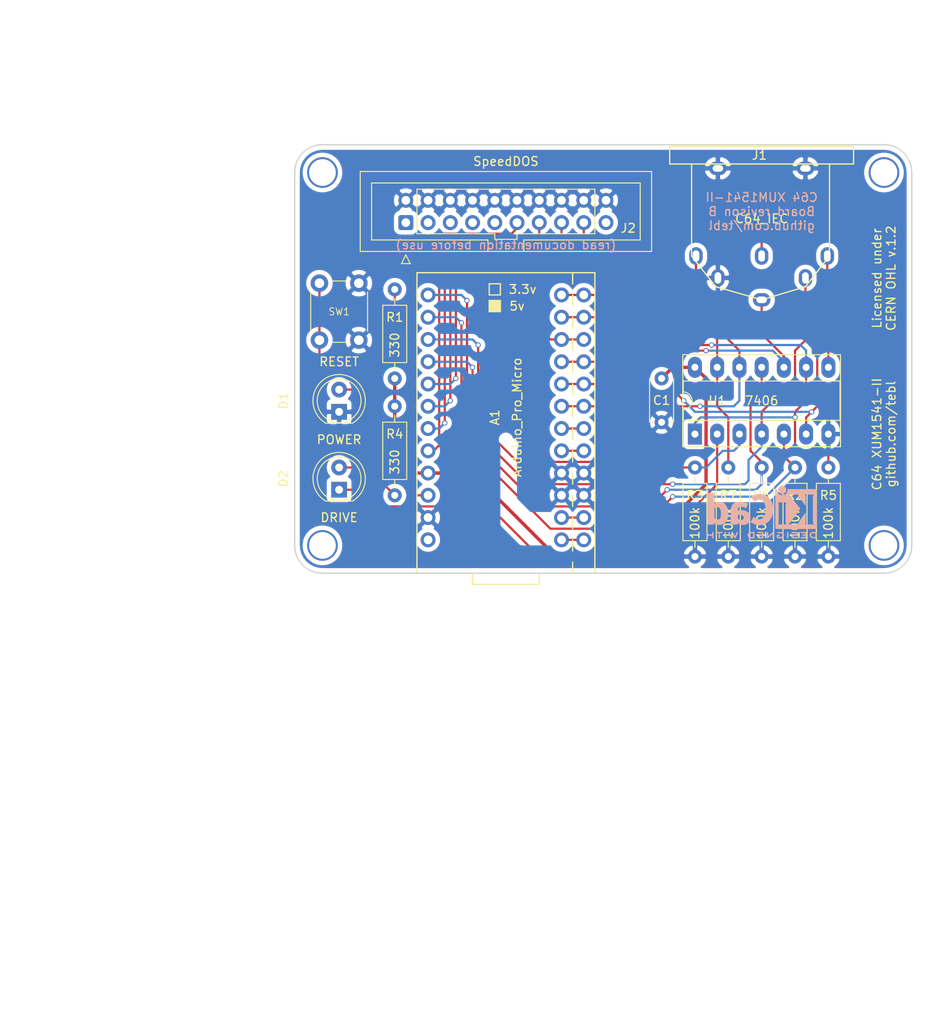
<source format=kicad_pcb>
(kicad_pcb (version 20171130) (host pcbnew "(5.1.8)-1")
  (layers (0 F.Cu signal) (31 B.Cu signal) (34 B.Paste user) (35 F.Paste user) (36 B.SilkS user) (37 F.SilkS user) (38 B.Mask user) (39 F.Mask user) (44 Edge.Cuts user))
  (net 0 "")
  (net 1 GND)
  (net 2 "Net-(D2-Pad2)")
  (net 3 /SRQ)
  (net 4 /ATN)
  (net 5 /ATN_IN)
  (net 6 /RESET_IN)
  (net 7 /DATA_IN)
  (net 8 /SRQ_IN)
  (net 9 /DATA0)
  (net 10 /DATA1)
  (net 11 /DATA2)
  (net 12 /DATA3)
  (net 13 /RESET)
  (net 14 /DATA)
  (net 15 /CLK)
  (net 16 /CLK_IN)
  (net 17 /DATA7)
  (net 18 /DATA6)
  (net 19 /DATA5)
  (net 20 /DATA4)
  (net 21 VCC)
  (net 22 ~MCU_RESET)
  (net 23 "Net-(D1-Pad2)")
  (net 24 ACT)
  (module Resistor_THT:R_Axial_DIN0207_L6.3mm_D2.5mm_P10.16mm_Horizontal (layer F.Cu) (at 111.125 84.455 270)
    (fp_text reference R4 (at 3.175 0 180) (layer F.SilkS))
    (fp_text value 330 (at 6.35 0 90) (layer F.SilkS))
    (pad 1 thru_hole circle (at 0 0 270) (size 1.6 1.6) (drill 0.8) (layers *.Cu *.Mask) (net 21 VCC))
    (pad 2 thru_hole oval (at 10.16 0 270) (size 1.6 1.6) (drill 0.8) (layers *.Cu *.Mask) (net 2 "Net-(D2-Pad2)"))
  )
  (module speed_dos:SpeedDOS_IDC (layer F.Cu) (at 112.395 63.5 90)
    (fp_text reference J2 (at -0.635 25.4 180) (layer F.SilkS))
    (fp_text value SpeedDOS (at 6.985 11.43 180) (layer F.SilkS))
    (pad 11 thru_hole circle (at 2.54 0 90) (size 1.7 1.7) (drill 1) (layers *.Cu *.Mask) (net 1 GND))
    (pad 11 thru_hole circle (at 2.54 2.54 90) (size 1.7 1.7) (drill 1) (layers *.Cu *.Mask) (net 1 GND))
    (pad 11 thru_hole circle (at 2.54 5.08 90) (size 1.7 1.7) (drill 1) (layers *.Cu *.Mask) (net 1 GND))
    (pad 11 thru_hole circle (at 2.54 7.62 90) (size 1.7 1.7) (drill 1) (layers *.Cu *.Mask) (net 1 GND))
    (pad 11 thru_hole circle (at 2.54 10.16 90) (size 1.7 1.7) (drill 1) (layers *.Cu *.Mask) (net 1 GND))
    (pad 11 thru_hole circle (at 2.54 12.7 90) (size 1.7 1.7) (drill 1) (layers *.Cu *.Mask) (net 1 GND))
    (pad 11 thru_hole circle (at 2.54 15.24 90) (size 1.7 1.7) (drill 1) (layers *.Cu *.Mask) (net 1 GND))
    (pad 11 thru_hole circle (at 2.54 17.78 90) (size 1.7 1.7) (drill 1) (layers *.Cu *.Mask) (net 1 GND))
    (pad 11 thru_hole circle (at 2.54 20.32 90) (size 1.7 1.7) (drill 1) (layers *.Cu *.Mask) (net 1 GND))
    (pad 10 thru_hole circle (at 0 22.86 90) (size 1.7 1.7) (drill 1) (layers *.Cu *.Mask))
    (pad 8 thru_hole circle (at 0 17.78 90) (size 1.7 1.7) (drill 1) (layers *.Cu *.Mask) (net 18 /DATA6))
    (pad 6 thru_hole circle (at 0 12.7 90) (size 1.7 1.7) (drill 1) (layers *.Cu *.Mask) (net 20 /DATA4))
    (pad 4 thru_hole circle (at 0 7.62 90) (size 1.7 1.7) (drill 1) (layers *.Cu *.Mask) (net 11 /DATA2))
    (pad 2 thru_hole circle (at 0 2.54 90) (size 1.7 1.7) (drill 1) (layers *.Cu *.Mask) (net 9 /DATA0))
    (pad 11 thru_hole circle (at 2.54 22.86 90) (size 1.7 1.7) (drill 1) (layers *.Cu *.Mask) (net 1 GND))
    (pad 9 thru_hole circle (at 0 20.32 90) (size 1.7 1.7) (drill 1) (layers *.Cu *.Mask) (net 17 /DATA7))
    (pad 7 thru_hole circle (at 0 15.24 90) (size 1.7 1.7) (drill 1) (layers *.Cu *.Mask) (net 19 /DATA5))
    (pad 5 thru_hole circle (at 0 10.16 90) (size 1.7 1.7) (drill 1) (layers *.Cu *.Mask) (net 12 /DATA3))
    (pad 3 thru_hole circle (at 0 5.08 90) (size 1.7 1.7) (drill 1) (layers *.Cu *.Mask) (net 10 /DATA1))
    (pad 1 thru_hole roundrect (at 0 0 90) (size 1.7 1.7) (drill 1) (layers *.Cu *.Mask) (roundrect_rratio 0.147059))
  )
  (module C64_IEC:C64_IEC (layer F.Cu) (at 153.035 67.31 180)
    (fp_text reference J1 (at 0.25 11.5) (layer F.SilkS))
    (fp_text value C64_IEC (at 0 4.25) (layer F.SilkS))
    (pad 6 thru_hole oval (at 0 -5 180) (size 2 1.524) (drill oval 1.2 0.762) (layers *.Cu *.Mask) (net 6 /RESET_IN))
    (pad 3 thru_hole oval (at 0 0 180) (size 1.524 2) (drill oval 0.762 1.3) (layers *.Cu *.Mask) (net 5 /ATN_IN))
    (pad 8 thru_hole oval (at 5 10 180) (size 2 1.524) (drill oval 1.2 0.762) (layers *.Cu *.Mask) (net 1 GND))
    (pad 7 thru_hole oval (at -5 10 180) (size 2 1.524) (drill oval 1.2 0.762) (layers *.Cu *.Mask) (net 1 GND))
    (pad 1 thru_hole oval (at 7.5 0 180) (size 1.524 2) (drill oval 0.762 1.3) (layers *.Cu *.Mask) (net 8 /SRQ_IN))
    (pad 5 thru_hole oval (at -7.5 0 180) (size 1.524 2) (drill oval 0.762 1.3) (layers *.Cu *.Mask) (net 7 /DATA_IN))
    (pad 2 thru_hole oval (at 5 -2.5 180) (size 1.524 2) (drill oval 0.762 1.3) (layers *.Cu *.Mask) (net 1 GND))
    (pad 4 thru_hole oval (at -5 -2.5 180) (size 1.524 2) (drill oval 0.762 1.3) (layers *.Cu *.Mask) (net 16 /CLK_IN))
  )
  (module Symbols:KiCad-Logo2_6mm_SilkScreen (layer B.Cu) (at 153.035 96.52 180)
    (fp_text reference REF*** hide)
    (fp_text value KiCad-Logo2_6mm_SilkScreen hide)
  )
  (module arduino_pro_micro:Arduino_Pro_Micro (layer F.Cu) (at 123.825 85.725 180)
    (fp_text reference A1 (at 1.27 0 90) (layer F.SilkS))
    (fp_text value Arduino_Pro_Micro (at -1.27 0 90) (layer F.SilkS))
    (fp_text user 3.3v (at -1.905 14.605) (layer F.SilkS))
    (fp_text user 5v (at -1.27 12.7) (layer F.SilkS))
    (pad 12 thru_hole circle (at -6.35 13.97 180) (size 1.7 1.7) (drill 1) (layers *.Cu *.Mask) (net 3 /SRQ))
    (pad 11 thru_hole circle (at -6.35 11.43 180) (size 1.7 1.7) (drill 1) (layers *.Cu *.Mask) (net 4 /ATN))
    (pad 10 thru_hole circle (at -6.35 8.89 180) (size 1.7 1.7) (drill 1) (layers *.Cu *.Mask) (net 5 /ATN_IN))
    (pad 9 thru_hole circle (at -6.35 6.35 180) (size 1.7 1.7) (drill 1) (layers *.Cu *.Mask) (net 6 /RESET_IN))
    (pad 8 thru_hole circle (at -6.35 3.81 180) (size 1.7 1.7) (drill 1) (layers *.Cu *.Mask) (net 7 /DATA_IN))
    (pad 7 thru_hole circle (at -6.35 1.27 180) (size 1.7 1.7) (drill 1) (layers *.Cu *.Mask) (net 8 /SRQ_IN))
    (pad 6 thru_hole circle (at -6.35 -1.27 180) (size 1.7 1.7) (drill 1) (layers *.Cu *.Mask) (net 9 /DATA0))
    (pad 5 thru_hole circle (at -6.35 -3.81 180) (size 1.7 1.7) (drill 1) (layers *.Cu *.Mask) (net 10 /DATA1))
    (pad 4 thru_hole circle (at -6.35 -6.35 180) (size 1.7 1.7) (drill 1) (layers *.Cu *.Mask) (net 1 GND))
    (pad 3 thru_hole circle (at -6.35 -8.89 180) (size 1.7 1.7) (drill 1) (layers *.Cu *.Mask) (net 1 GND))
    (pad 2 thru_hole circle (at -6.35 -11.43 180) (size 1.7 1.7) (drill 1) (layers *.Cu *.Mask) (net 11 /DATA2))
    (pad 1 thru_hole circle (at -6.35 -13.97 180) (size 1.7 1.7) (drill 1) (layers *.Cu *.Mask) (net 12 /DATA3))
    (pad 2 thru_hole circle (at -8.89 -11.43 180) (size 1.7 1.7) (drill 1) (layers *.Cu *.Mask) (net 11 /DATA2))
    (pad 3 thru_hole circle (at -8.89 -8.89 180) (size 1.7 1.7) (drill 1) (layers *.Cu *.Mask) (net 1 GND))
    (pad 4 thru_hole circle (at -8.89 -6.35 180) (size 1.7 1.7) (drill 1) (layers *.Cu *.Mask) (net 1 GND))
    (pad 5 thru_hole circle (at -8.89 -3.81 180) (size 1.7 1.7) (drill 1) (layers *.Cu *.Mask) (net 10 /DATA1))
    (pad 6 thru_hole circle (at -8.89 -1.27 180) (size 1.7 1.7) (drill 1) (layers *.Cu *.Mask) (net 9 /DATA0))
    (pad 7 thru_hole circle (at -8.89 1.27 180) (size 1.7 1.7) (drill 1) (layers *.Cu *.Mask) (net 8 /SRQ_IN))
    (pad 8 thru_hole circle (at -8.89 3.81 180) (size 1.7 1.7) (drill 1) (layers *.Cu *.Mask) (net 7 /DATA_IN))
    (pad 9 thru_hole circle (at -8.89 6.35 180) (size 1.7 1.7) (drill 1) (layers *.Cu *.Mask) (net 6 /RESET_IN))
    (pad 10 thru_hole circle (at -8.89 8.89 180) (size 1.7 1.7) (drill 1) (layers *.Cu *.Mask) (net 5 /ATN_IN))
    (pad 11 thru_hole circle (at -8.89 11.43 180) (size 1.7 1.7) (drill 1) (layers *.Cu *.Mask) (net 4 /ATN))
    (pad 12 thru_hole circle (at -8.89 13.97 180) (size 1.7 1.7) (drill 1) (layers *.Cu *.Mask) (net 3 /SRQ))
    (pad 13 thru_hole circle (at 8.89 13.97 180) (size 1.7 1.7) (drill 1) (layers *.Cu *.Mask) (net 13 /RESET))
    (pad 14 thru_hole circle (at 8.89 11.43 180) (size 1.7 1.7) (drill 1) (layers *.Cu *.Mask) (net 14 /DATA))
    (pad 15 thru_hole circle (at 8.89 8.89 180) (size 1.7 1.7) (drill 1) (layers *.Cu *.Mask) (net 15 /CLK))
    (pad 16 thru_hole circle (at 8.89 6.35 180) (size 1.7 1.7) (drill 1) (layers *.Cu *.Mask) (net 16 /CLK_IN))
    (pad 17 thru_hole circle (at 8.89 3.81 180) (size 1.7 1.7) (drill 1) (layers *.Cu *.Mask) (net 17 /DATA7))
    (pad 18 thru_hole circle (at 8.89 1.27 180) (size 1.7 1.7) (drill 1) (layers *.Cu *.Mask) (net 18 /DATA6))
    (pad 19 thru_hole circle (at 8.89 -1.27 180) (size 1.7 1.7) (drill 1) (layers *.Cu *.Mask) (net 19 /DATA5))
    (pad 20 thru_hole circle (at 8.89 -3.81 180) (size 1.7 1.7) (drill 1) (layers *.Cu *.Mask) (net 20 /DATA4))
    (pad 21 thru_hole circle (at 8.89 -6.35 180) (size 1.7 1.7) (drill 1) (layers *.Cu *.Mask) (net 21 VCC))
    (pad 22 thru_hole circle (at 8.89 -8.89 180) (size 1.7 1.7) (drill 1) (layers *.Cu *.Mask) (net 22 ~MCU_RESET))
    (pad 23 thru_hole circle (at 8.89 -11.43 180) (size 1.7 1.7) (drill 1) (layers *.Cu *.Mask) (net 1 GND))
    (pad 24 thru_hole circle (at 8.89 -13.97 180) (size 1.7 1.7) (drill 1) (layers *.Cu *.Mask))
    (pad 1 thru_hole circle (at -8.89 -13.97 180) (size 1.7 1.7) (drill 1) (layers *.Cu *.Mask) (net 12 /DATA3))
  )
  (module Capacitor_THT:C_Disc_D4.7mm_W2.5mm_P5.00mm (layer F.Cu) (at 141.605 81.28 270)
    (fp_text reference C1 (at 2.5 0 180) (layer F.SilkS))
    (fp_text value 100nF)
    (pad 1 thru_hole circle (at 0 0 270) (size 1.6 1.6) (drill 0.8) (layers *.Cu *.Mask) (net 21 VCC))
    (pad 2 thru_hole circle (at 5 0 270) (size 1.6 1.6) (drill 0.8) (layers *.Cu *.Mask) (net 1 GND))
  )
  (module mounting:M3_pin (layer F.Cu) (at 102.87 100.33)
    (fp_text reference M1 hide)
    (fp_text value Mounting hide)
    (pad 1 thru_hole circle (at 0 0) (size 3.5 3.5) (drill 3.048) (layers *.Cu *.Mask))
  )
  (module mounting:M3_pin (layer F.Cu) (at 167.005 100.33)
    (fp_text reference M2 hide)
    (fp_text value Mounting hide)
    (pad 1 thru_hole circle (at 0 0) (size 3.5 3.5) (drill 3.048) (layers *.Cu *.Mask))
  )
  (module mounting:M3_pin (layer F.Cu) (at 167.005 57.785)
    (fp_text reference M3 hide)
    (fp_text value Mounting hide)
    (pad 1 thru_hole circle (at 0 0) (size 3.5 3.5) (drill 3.048) (layers *.Cu *.Mask))
  )
  (module mounting:M3_pin (layer F.Cu) (at 102.87 57.785)
    (fp_text reference M4 hide)
    (fp_text value Mounting hide)
    (pad 1 thru_hole circle (at 0 0) (size 3.5 3.5) (drill 3.048) (layers *.Cu *.Mask))
  )
  (module Resistor_THT:R_Axial_DIN0207_L6.3mm_D2.5mm_P10.16mm_Horizontal (layer F.Cu) (at 111.125 81.28 90)
    (fp_text reference R1 (at 6.985 0 180) (layer F.SilkS))
    (fp_text value 330 (at 3.81 0 90) (layer F.SilkS))
    (pad 1 thru_hole circle (at 0 0 90) (size 1.6 1.6) (drill 0.8) (layers *.Cu *.Mask) (net 21 VCC))
    (pad 2 thru_hole oval (at 10.16 0 90) (size 1.6 1.6) (drill 0.8) (layers *.Cu *.Mask) (net 23 "Net-(D1-Pad2)"))
  )
  (module Resistor_THT:R_Axial_DIN0207_L6.3mm_D2.5mm_P10.16mm_Horizontal (layer F.Cu) (at 156.845 91.44 270)
    (fp_text reference R2 (at 3.175 0 180) (layer F.SilkS))
    (fp_text value 100k (at 6.35 0 90) (layer F.SilkS))
    (pad 2 thru_hole oval (at 10.16 0 270) (size 1.6 1.6) (drill 0.8) (layers *.Cu *.Mask) (net 1 GND))
    (pad 1 thru_hole circle (at 0 0 270) (size 1.6 1.6) (drill 0.8) (layers *.Cu *.Mask) (net 14 /DATA))
  )
  (module Resistor_THT:R_Axial_DIN0207_L6.3mm_D2.5mm_P10.16mm_Horizontal (layer F.Cu) (at 145.415 91.44 270)
    (fp_text reference R3 (at 3.175 0 180) (layer F.SilkS))
    (fp_text value 100k (at 6.35 0 90) (layer F.SilkS))
    (pad 1 thru_hole circle (at 0 0 270) (size 1.6 1.6) (drill 0.8) (layers *.Cu *.Mask) (net 15 /CLK))
    (pad 2 thru_hole oval (at 10.16 0 270) (size 1.6 1.6) (drill 0.8) (layers *.Cu *.Mask) (net 1 GND))
  )
  (module Resistor_THT:R_Axial_DIN0207_L6.3mm_D2.5mm_P10.16mm_Horizontal (layer F.Cu) (at 160.655 91.44 270)
    (fp_text reference R5 (at 3.175 0 180) (layer F.SilkS))
    (fp_text value 100k (at 6.35 0 90) (layer F.SilkS))
    (pad 1 thru_hole circle (at 0 0 270) (size 1.6 1.6) (drill 0.8) (layers *.Cu *.Mask) (net 4 /ATN))
    (pad 2 thru_hole oval (at 10.16 0 270) (size 1.6 1.6) (drill 0.8) (layers *.Cu *.Mask) (net 1 GND))
  )
  (module Resistor_THT:R_Axial_DIN0207_L6.3mm_D2.5mm_P10.16mm_Horizontal (layer F.Cu) (at 153.035 91.44 270)
    (fp_text reference R6 (at 3.175 0 180) (layer F.SilkS))
    (fp_text value 100k (at 6.35 0 90) (layer F.SilkS))
    (pad 1 thru_hole circle (at 0 0 270) (size 1.6 1.6) (drill 0.8) (layers *.Cu *.Mask) (net 13 /RESET))
    (pad 2 thru_hole oval (at 10.16 0 270) (size 1.6 1.6) (drill 0.8) (layers *.Cu *.Mask) (net 1 GND))
  )
  (module Resistor_THT:R_Axial_DIN0207_L6.3mm_D2.5mm_P10.16mm_Horizontal (layer F.Cu) (at 149.225 91.44 270)
    (fp_text reference R7 (at 3.175 0 180) (layer F.SilkS))
    (fp_text value 100k (at 6.35 0 90) (layer F.SilkS))
    (pad 2 thru_hole oval (at 10.16 0 270) (size 1.6 1.6) (drill 0.8) (layers *.Cu *.Mask) (net 1 GND))
    (pad 1 thru_hole circle (at 0 0 270) (size 1.6 1.6) (drill 0.8) (layers *.Cu *.Mask) (net 3 /SRQ))
  )
  (module switch_cutout:SW_PUSH_6mm (layer F.Cu) (at 104.775 73.66 90)
    (fp_text reference SW1 hide)
    (fp_text value RESET (at -5.715 0 180) (layer F.SilkS))
    (fp_text user %R (at 0 0 180) (layer F.SilkS) (effects (font (size 0.8 0.8) (thickness 0.1))))
    (pad 2 thru_hole circle (at -3.25 2.25 180) (size 2 2) (drill 1.1) (layers *.Cu *.Mask) (net 1 GND))
    (pad 1 thru_hole circle (at -3.25 -2.25 180) (size 2 2) (drill 1.1) (layers *.Cu *.Mask) (net 22 ~MCU_RESET))
    (pad 2 thru_hole circle (at 3.25 2.25 180) (size 2 2) (drill 1.1) (layers *.Cu *.Mask) (net 1 GND))
    (pad 1 thru_hole circle (at 3.25 -2.25 180) (size 2 2) (drill 1.1) (layers *.Cu *.Mask) (net 22 ~MCU_RESET))
  )
  (module Package_DIP:DIP-14_W7.62mm_Socket_LongPads (layer F.Cu) (at 145.415 87.63 90)
    (fp_text reference U1 (at 3.81 2.54 180) (layer F.SilkS))
    (fp_text value 7406 (at 3.81 7.62 180) (layer F.SilkS))
    (pad 1 thru_hole rect (at 0 0 90) (size 2.4 1.6) (drill 0.8) (layers *.Cu *.Mask) (net 4 /ATN))
    (pad 8 thru_hole oval (at 7.62 15.24 90) (size 2.4 1.6) (drill 0.8) (layers *.Cu *.Mask) (net 5 /ATN_IN))
    (pad 2 thru_hole oval (at 0 2.54 90) (size 2.4 1.6) (drill 0.8) (layers *.Cu *.Mask) (net 24 ACT))
    (pad 9 thru_hole oval (at 7.62 12.7 90) (size 2.4 1.6) (drill 0.8) (layers *.Cu *.Mask) (net 4 /ATN))
    (pad 3 thru_hole oval (at 0 5.08 90) (size 2.4 1.6) (drill 0.8) (layers *.Cu *.Mask) (net 15 /CLK))
    (pad 10 thru_hole oval (at 7.62 10.16 90) (size 2.4 1.6) (drill 0.8) (layers *.Cu *.Mask) (net 6 /RESET_IN))
    (pad 4 thru_hole oval (at 0 7.62 90) (size 2.4 1.6) (drill 0.8) (layers *.Cu *.Mask) (net 16 /CLK_IN))
    (pad 11 thru_hole oval (at 7.62 7.62 90) (size 2.4 1.6) (drill 0.8) (layers *.Cu *.Mask) (net 13 /RESET))
    (pad 5 thru_hole oval (at 0 10.16 90) (size 2.4 1.6) (drill 0.8) (layers *.Cu *.Mask) (net 14 /DATA))
    (pad 12 thru_hole oval (at 7.62 5.08 90) (size 2.4 1.6) (drill 0.8) (layers *.Cu *.Mask) (net 8 /SRQ_IN))
    (pad 6 thru_hole oval (at 0 12.7 90) (size 2.4 1.6) (drill 0.8) (layers *.Cu *.Mask) (net 7 /DATA_IN))
    (pad 13 thru_hole oval (at 7.62 2.54 90) (size 2.4 1.6) (drill 0.8) (layers *.Cu *.Mask) (net 3 /SRQ))
    (pad 7 thru_hole oval (at 0 15.24 90) (size 2.4 1.6) (drill 0.8) (layers *.Cu *.Mask) (net 1 GND))
    (pad 14 thru_hole oval (at 7.62 0 90) (size 2.4 1.6) (drill 0.8) (layers *.Cu *.Mask) (net 21 VCC))
  )
  (module LED_THT:LED_D5.0mm (layer F.Cu) (at 104.775 85.09 90)
    (fp_text reference D1 (at 1.27 -6.35 90) (layer F.SilkS))
    (fp_text value POWER (at -3.175 0 180) (layer F.SilkS))
    (pad 1 thru_hole rect (at 0 0 90) (size 1.8 1.8) (drill 0.9) (layers *.Cu *.Mask) (net 1 GND))
    (pad 2 thru_hole circle (at 2.54 0 90) (size 1.8 1.8) (drill 0.9) (layers *.Cu *.Mask) (net 23 "Net-(D1-Pad2)"))
  )
  (module LED_THT:LED_D5.0mm (layer F.Cu) (at 104.775 93.98 90)
    (fp_text reference D2 (at 1.27 -6.35 90) (layer F.SilkS))
    (fp_text value DRIVE (at -3.175 0 180) (layer F.SilkS))
    (pad 1 thru_hole rect (at 0 0 90) (size 1.8 1.8) (drill 0.9) (layers *.Cu *.Mask) (net 24 ACT))
    (pad 2 thru_hole circle (at 2.54 0 90) (size 1.8 1.8) (drill 0.9) (layers *.Cu *.Mask) (net 2 "Net-(D2-Pad2)"))
  )
  (gr_text "C64 XUM1541-II\nBoard revison B\ngithub.com/tebl" (at 153.035 62.23) (layer B.SilkS) (effects (font (size 1 1)) (justify mirror)))
  (gr_text "(read documentation before use)" (at 123.825 66.04) (layer B.SilkS) (effects (font (size 1 1)) (justify mirror)))
  (gr_text "Licensed under\nCERN OHL v.1.2" (at 167.005 69.85 90) (layer F.SilkS) (effects (font (size 1 1))))
  (gr_poly (pts (xy 123.19 73.66) (xy 121.92 73.66) (xy 121.92 72.39) (xy 123.19 72.39)) (layer F.SilkS) (width 0.1))
  (gr_line (start 121.92 72.39) (end 123.19 72.39) (layer F.SilkS) (width 0.15))
  (gr_line (start 99.695 100.33) (end 99.695 57.785) (layer Edge.Cuts) (width 0.15))
  (gr_line (start 167.005 103.505) (end 102.87 103.505) (layer Edge.Cuts) (width 0.15))
  (gr_arc (start 167.005 100.33) (end 167.005 103.505) (angle -90) (layer Edge.Cuts) (width 0.15))
  (gr_arc (start 102.87 100.33) (end 99.695 100.33) (angle -90) (layer Edge.Cuts) (width 0.15))
  (gr_arc (start 102.87 57.785) (end 102.87 54.61) (angle -90) (layer Edge.Cuts) (width 0.15))
  (gr_arc (start 167.005 57.785) (end 170.18 57.785) (angle -90) (layer Edge.Cuts) (width 0.15))
  (gr_line (start 170.18 72.39) (end 170.18 57.785) (layer Edge.Cuts) (width 0.15))
  (gr_text "C64 XUM1541-II\ngithub.com/tebl" (at 167.005 87.63 90) (layer F.SilkS) (effects (font (size 1 1))))
  (gr_line (start 167.005 54.61) (end 102.87 54.61) (angle 90) (layer Edge.Cuts) (width 0.15))
  (gr_line (start 170.18 100.33) (end 170.18 72.39) (angle 90) (layer Edge.Cuts) (width 0.15))
  (segment (start 107.95 91.44) (end 111.125 94.615) (width 0.25) (layer F.Cu) (net 2))
  (segment (start 104.775 91.44) (end 107.95 91.44) (width 0.25) (layer F.Cu) (net 2))
  (segment (start 130.175 71.755) (end 132.715 71.755) (width 0.25) (layer F.Cu) (net 3))
  (segment (start 133.985 71.755) (end 132.715 71.755) (width 0.25) (layer F.Cu) (net 3))
  (segment (start 138.43 76.2) (end 133.985 71.755) (width 0.25) (layer F.Cu) (net 3))
  (segment (start 147.32 76.2) (end 138.43 76.2) (width 0.25) (layer F.Cu) (net 3))
  (segment (start 147.955 76.835) (end 147.32 76.2) (width 0.25) (layer F.Cu) (net 3))
  (segment (start 147.955 80.01) (end 147.955 76.835) (width 0.25) (layer F.Cu) (net 3))
  (segment (start 147.955 84.455) (end 147.955 80.01) (width 0.25) (layer F.Cu) (net 3))
  (segment (start 149.225 85.725) (end 147.955 84.455) (width 0.25) (layer F.Cu) (net 3))
  (segment (start 149.225 91.44) (end 149.225 85.725) (width 0.25) (layer F.Cu) (net 3))
  (segment (start 158.115 80.01) (end 158.115 78.105) (width 0.25) (layer B.Cu) (net 4))
  (via (at 147.32 77.47) (size 0.6) (drill 0.4) (layers F.Cu B.Cu) (net 4))
  (segment (start 157.48 77.47) (end 147.32 77.47) (width 0.25) (layer B.Cu) (net 4))
  (segment (start 158.115 78.105) (end 157.48 77.47) (width 0.25) (layer B.Cu) (net 4))
  (segment (start 130.175 74.295) (end 132.715 74.295) (width 0.25) (layer F.Cu) (net 4))
  (segment (start 160.655 90.17) (end 160.655 91.44) (width 0.25) (layer F.Cu) (net 4))
  (segment (start 160.02 89.535) (end 160.655 90.17) (width 0.25) (layer F.Cu) (net 4))
  (segment (start 157.48 89.535) (end 160.02 89.535) (width 0.25) (layer F.Cu) (net 4))
  (segment (start 156.845 88.9) (end 157.48 89.535) (width 0.25) (layer F.Cu) (net 4))
  (segment (start 158.115 83.82) (end 156.845 85.09) (width 0.25) (layer F.Cu) (net 4))
  (segment (start 158.115 80.01) (end 158.115 83.82) (width 0.25) (layer F.Cu) (net 4))
  (segment (start 134.77875 74.295) (end 132.715 74.295) (width 0.25) (layer F.Cu) (net 4))
  (segment (start 137.95375 77.47) (end 134.77875 74.295) (width 0.25) (layer F.Cu) (net 4))
  (segment (start 147.32 77.47) (end 137.95375 77.47) (width 0.25) (layer F.Cu) (net 4))
  (via (at 156.845 85.725) (size 0.6) (drill 0.4) (layers F.Cu B.Cu) (net 4))
  (segment (start 156.845 85.09) (end 156.845 85.725) (width 0.25) (layer F.Cu) (net 4))
  (segment (start 156.845 85.725) (end 156.845 88.9) (width 0.25) (layer F.Cu) (net 4))
  (segment (start 156.845 85.725) (end 146.05 85.725) (width 0.25) (layer B.Cu) (net 4))
  (segment (start 145.415 86.36) (end 145.415 87.63) (width 0.25) (layer B.Cu) (net 4))
  (segment (start 146.05 85.725) (end 145.415 86.36) (width 0.25) (layer B.Cu) (net 4))
  (segment (start 153.035 67.31) (end 153.035 65.405) (width 0.25) (layer F.Cu) (net 5))
  (segment (start 132.715 76.835) (end 130.175 76.835) (width 0.25) (layer F.Cu) (net 5))
  (segment (start 153.035 65.405) (end 153.035 64.77) (width 0.25) (layer F.Cu) (net 5))
  (segment (start 160.655 72.39) (end 160.655 80.01) (width 0.25) (layer F.Cu) (net 5))
  (segment (start 161.925 71.12) (end 160.655 72.39) (width 0.25) (layer F.Cu) (net 5))
  (segment (start 160.655 64.77) (end 161.925 66.04) (width 0.25) (layer F.Cu) (net 5))
  (segment (start 161.925 66.04) (end 161.925 71.12) (width 0.25) (layer F.Cu) (net 5))
  (segment (start 153.035 64.77) (end 160.655 64.77) (width 0.25) (layer F.Cu) (net 5))
  (segment (start 128.905 76.835) (end 130.175 76.835) (width 0.25) (layer F.Cu) (net 5))
  (segment (start 128.27 76.2) (end 128.905 76.835) (width 0.25) (layer F.Cu) (net 5))
  (segment (start 141.605 67.31) (end 130.81 67.31) (width 0.25) (layer F.Cu) (net 5))
  (segment (start 130.81 67.31) (end 128.27 69.85) (width 0.25) (layer F.Cu) (net 5))
  (segment (start 144.145 64.77) (end 141.605 67.31) (width 0.25) (layer F.Cu) (net 5))
  (segment (start 128.27 69.85) (end 128.27 76.2) (width 0.25) (layer F.Cu) (net 5))
  (segment (start 153.035 64.77) (end 144.145 64.77) (width 0.25) (layer F.Cu) (net 5))
  (via (at 146.685 78.105) (size 0.6) (drill 0.4) (layers F.Cu B.Cu) (net 6))
  (segment (start 146.685 78.105) (end 154.305 78.105) (width 0.25) (layer B.Cu) (net 6))
  (segment (start 155.575 79.375) (end 154.305 78.105) (width 0.25) (layer B.Cu) (net 6))
  (segment (start 155.575 80.01) (end 155.575 79.375) (width 0.25) (layer B.Cu) (net 6))
  (segment (start 130.175 79.375) (end 132.715 79.375) (width 0.25) (layer F.Cu) (net 6))
  (segment (start 135.89 78.105) (end 146.685 78.105) (width 0.25) (layer F.Cu) (net 6))
  (segment (start 134.62 79.375) (end 135.89 78.105) (width 0.25) (layer F.Cu) (net 6))
  (segment (start 132.715 79.375) (end 134.62 79.375) (width 0.25) (layer F.Cu) (net 6))
  (segment (start 153.035 76.2) (end 153.035 72.31) (width 0.25) (layer F.Cu) (net 6))
  (segment (start 155.575 78.74) (end 153.035 76.2) (width 0.25) (layer F.Cu) (net 6))
  (segment (start 155.575 80.01) (end 155.575 78.74) (width 0.25) (layer F.Cu) (net 6))
  (segment (start 145.415 85.09) (end 144.145 83.82) (width 0.25) (layer B.Cu) (net 7))
  (segment (start 155.575 85.09) (end 145.415 85.09) (width 0.25) (layer B.Cu) (net 7))
  (via (at 144.145 83.82) (size 0.6) (drill 0.4) (layers F.Cu B.Cu) (net 7))
  (segment (start 132.715 81.915) (end 130.175 81.915) (width 0.25) (layer F.Cu) (net 7))
  (segment (start 160.535 71.24) (end 160.535 67.31) (width 0.25) (layer F.Cu) (net 7))
  (segment (start 159.385 84.455) (end 159.385 72.39) (width 0.25) (layer F.Cu) (net 7))
  (segment (start 159.385 72.39) (end 160.535 71.24) (width 0.25) (layer F.Cu) (net 7))
  (segment (start 158.115 87.63) (end 158.115 85.725) (width 0.25) (layer F.Cu) (net 7))
  (segment (start 143.51 83.185) (end 144.145 83.82) (width 0.25) (layer F.Cu) (net 7))
  (segment (start 135.89 83.185) (end 143.51 83.185) (width 0.25) (layer F.Cu) (net 7))
  (segment (start 134.62 81.915) (end 135.89 83.185) (width 0.25) (layer F.Cu) (net 7))
  (segment (start 132.715 81.915) (end 134.62 81.915) (width 0.25) (layer F.Cu) (net 7))
  (via (at 158.75 85.09) (size 0.6) (drill 0.4) (layers F.Cu B.Cu) (net 7))
  (segment (start 155.575 85.09) (end 158.75 85.09) (width 0.25) (layer B.Cu) (net 7))
  (segment (start 158.75 85.09) (end 159.385 84.455) (width 0.25) (layer F.Cu) (net 7))
  (segment (start 158.115 85.725) (end 158.75 85.09) (width 0.25) (layer F.Cu) (net 7))
  (segment (start 150.495 80.01) (end 150.495 83.82) (width 0.25) (layer B.Cu) (net 8))
  (via (at 145.9945 84.455) (size 0.6) (drill 0.4) (layers F.Cu B.Cu) (net 8))
  (segment (start 149.86 84.455) (end 145.9945 84.455) (width 0.25) (layer B.Cu) (net 8))
  (segment (start 150.495 83.82) (end 149.86 84.455) (width 0.25) (layer B.Cu) (net 8))
  (segment (start 145.9945 84.455) (end 135.255 84.455) (width 0.25) (layer F.Cu) (net 8))
  (segment (start 135.255 84.455) (end 132.715 84.455) (width 0.25) (layer F.Cu) (net 8))
  (segment (start 132.715 84.455) (end 130.175 84.455) (width 0.25) (layer F.Cu) (net 8))
  (segment (start 145.535 67.31) (end 145.535 73.145) (width 0.25) (layer F.Cu) (net 8))
  (segment (start 145.535 73.145) (end 150.495 78.105) (width 0.25) (layer F.Cu) (net 8))
  (segment (start 150.495 80.01) (end 150.495 78.105) (width 0.25) (layer F.Cu) (net 8))
  (segment (start 132.715 86.995) (end 130.175 86.995) (width 0.25) (layer F.Cu) (net 9))
  (segment (start 132.715 89.535) (end 130.175 89.535) (width 0.25) (layer F.Cu) (net 10))
  (segment (start 132.715 97.155) (end 130.175 97.155) (width 0.25) (layer F.Cu) (net 11))
  (segment (start 130.175 99.695) (end 132.715 99.695) (width 0.25) (layer F.Cu) (net 12))
  (via (at 119.38 72.39) (size 0.6) (drill 0.4) (layers F.Cu B.Cu) (net 13))
  (segment (start 119.38 72.39) (end 118.745 71.755) (width 0.25) (layer B.Cu) (net 13))
  (segment (start 118.745 71.755) (end 114.935 71.755) (width 0.25) (layer B.Cu) (net 13))
  (segment (start 153.035 91.44) (end 153.035 90.805) (width 0.25) (layer F.Cu) (net 13))
  (segment (start 153.035 90.805) (end 151.765 89.535) (width 0.25) (layer F.Cu) (net 13))
  (segment (start 151.765 89.535) (end 151.765 84.455) (width 0.25) (layer F.Cu) (net 13))
  (segment (start 151.765 84.455) (end 153.035 83.185) (width 0.25) (layer F.Cu) (net 13))
  (segment (start 153.035 83.185) (end 153.035 80.01) (width 0.25) (layer F.Cu) (net 13))
  (segment (start 127.635 95.885) (end 140.334996 95.885) (width 0.25) (layer F.Cu) (net 13))
  (segment (start 119.38 87.63) (end 127.635 95.885) (width 0.25) (layer F.Cu) (net 13))
  (segment (start 119.38 72.39) (end 119.38 87.63) (width 0.25) (layer F.Cu) (net 13))
  (segment (start 140.334996 95.885) (end 142.239996 93.98) (width 0.25) (layer F.Cu) (net 13))
  (via (at 142.239996 93.98) (size 0.6) (drill 0.4) (layers F.Cu B.Cu) (net 13))
  (segment (start 153.035 91.44) (end 153.035 93.345) (width 0.25) (layer B.Cu) (net 13))
  (segment (start 153.035 93.345) (end 152.4 93.98) (width 0.25) (layer B.Cu) (net 13))
  (segment (start 152.4 93.98) (end 150.495 93.98) (width 0.25) (layer B.Cu) (net 13))
  (segment (start 150.495 93.98) (end 142.239996 93.98) (width 0.25) (layer B.Cu) (net 13))
  (segment (start 155.575 90.17) (end 156.845 91.44) (width 0.25) (layer F.Cu) (net 14))
  (segment (start 155.575 87.63) (end 155.575 90.17) (width 0.25) (layer F.Cu) (net 14))
  (via (at 118.745 74.93) (size 0.6) (drill 0.4) (layers F.Cu B.Cu) (net 14))
  (segment (start 118.11 74.295) (end 118.745 74.93) (width 0.25) (layer B.Cu) (net 14))
  (segment (start 114.935 74.295) (end 118.11 74.295) (width 0.25) (layer B.Cu) (net 14))
  (via (at 142.875 94.769481) (size 0.6) (drill 0.4) (layers F.Cu B.Cu) (net 14))
  (segment (start 118.745 74.93) (end 118.745 88.265) (width 0.25) (layer F.Cu) (net 14))
  (segment (start 153.515519 94.769481) (end 142.875 94.769481) (width 0.25) (layer B.Cu) (net 14))
  (segment (start 156.845 91.44) (end 153.515519 94.769481) (width 0.25) (layer B.Cu) (net 14))
  (segment (start 118.745 88.265) (end 128.905 98.425) (width 0.25) (layer F.Cu) (net 14))
  (segment (start 128.905 98.425) (end 139.219481 98.425) (width 0.25) (layer F.Cu) (net 14))
  (segment (start 139.219481 98.425) (end 142.875 94.769481) (width 0.25) (layer F.Cu) (net 14))
  (via (at 120.65 77.47) (size 0.6) (drill 0.4) (layers F.Cu B.Cu) (net 15))
  (segment (start 120.015 76.835) (end 120.65 77.47) (width 0.25) (layer B.Cu) (net 15))
  (segment (start 114.935 76.835) (end 120.015 76.835) (width 0.25) (layer B.Cu) (net 15))
  (segment (start 125.142499 90.805) (end 120.65 86.312501) (width 0.25) (layer F.Cu) (net 15))
  (segment (start 120.65 86.312501) (end 120.65 77.47) (width 0.25) (layer F.Cu) (net 15))
  (segment (start 133.985 90.805) (end 125.142499 90.805) (width 0.25) (layer F.Cu) (net 15))
  (segment (start 149.86 89.535) (end 150.495 88.9) (width 0.25) (layer B.Cu) (net 15))
  (segment (start 150.495 87.63) (end 150.495 88.9) (width 0.25) (layer B.Cu) (net 15))
  (segment (start 134.62 91.44) (end 133.985 90.805) (width 0.25) (layer F.Cu) (net 15))
  (segment (start 145.415 91.44) (end 134.62 91.44) (width 0.25) (layer F.Cu) (net 15))
  (segment (start 145.415 91.44) (end 146.685 91.44) (width 0.25) (layer B.Cu) (net 15))
  (segment (start 146.685 91.44) (end 148.59 89.535) (width 0.25) (layer B.Cu) (net 15))
  (segment (start 148.59 89.535) (end 149.86 89.535) (width 0.25) (layer B.Cu) (net 15))
  (segment (start 119.38 79.375) (end 120.015 80.01) (width 0.25) (layer B.Cu) (net 16))
  (segment (start 114.935 79.375) (end 119.38 79.375) (width 0.25) (layer B.Cu) (net 16))
  (via (at 120.015 80.01) (size 0.6) (drill 0.4) (layers F.Cu B.Cu) (net 16))
  (segment (start 153.035 85.09) (end 153.035 87.63) (width 0.25) (layer F.Cu) (net 16))
  (segment (start 156.845 81.28) (end 153.035 85.09) (width 0.25) (layer F.Cu) (net 16))
  (segment (start 156.845 78.105) (end 156.845 81.28) (width 0.25) (layer F.Cu) (net 16))
  (segment (start 158.035 76.915) (end 156.845 78.105) (width 0.25) (layer F.Cu) (net 16))
  (segment (start 158.035 69.81) (end 158.035 76.915) (width 0.25) (layer F.Cu) (net 16))
  (segment (start 120.015 86.995) (end 120.015 80.01) (width 0.25) (layer F.Cu) (net 16))
  (segment (start 126.365 93.345) (end 120.015 86.995) (width 0.25) (layer F.Cu) (net 16))
  (segment (start 136.525 93.345) (end 126.365 93.345) (width 0.25) (layer F.Cu) (net 16))
  (via (at 142.875 93.345) (size 0.6) (drill 0.4) (layers F.Cu B.Cu) (net 16))
  (segment (start 136.525 93.345) (end 142.875 93.345) (width 0.25) (layer F.Cu) (net 16))
  (segment (start 153.035 87.63) (end 153.035 89.08) (width 0.25) (layer B.Cu) (net 16))
  (segment (start 151.5375 90.5775) (end 151.5375 92.9375) (width 0.25) (layer B.Cu) (net 16))
  (segment (start 153.035 89.08) (end 151.5375 90.5775) (width 0.25) (layer B.Cu) (net 16))
  (segment (start 151.5375 92.9375) (end 151.13 93.345) (width 0.25) (layer B.Cu) (net 16))
  (segment (start 151.13 93.345) (end 149.86 93.345) (width 0.25) (layer B.Cu) (net 16))
  (segment (start 149.86 93.345) (end 142.875 93.345) (width 0.25) (layer B.Cu) (net 16))
  (via (at 118.11 81.28) (size 0.6) (drill 0.4) (layers F.Cu B.Cu) (net 17))
  (segment (start 117.475 81.915) (end 118.11 81.28) (width 0.25) (layer B.Cu) (net 17))
  (segment (start 114.935 81.915) (end 117.475 81.915) (width 0.25) (layer B.Cu) (net 17))
  (segment (start 118.11 71.11859) (end 118.11 81.28) (width 0.25) (layer F.Cu) (net 17))
  (segment (start 118.11 67.31) (end 118.11 71.11859) (width 0.25) (layer F.Cu) (net 17))
  (segment (start 118.745 66.675) (end 118.11 67.31) (width 0.25) (layer F.Cu) (net 17))
  (segment (start 132.08 66.675) (end 118.745 66.675) (width 0.25) (layer F.Cu) (net 17))
  (segment (start 132.715 66.04) (end 132.08 66.675) (width 0.25) (layer F.Cu) (net 17))
  (segment (start 132.715 63.5) (end 132.715 66.04) (width 0.25) (layer F.Cu) (net 17))
  (via (at 117.475 83.82) (size 0.6) (drill 0.4) (layers F.Cu B.Cu) (net 18))
  (segment (start 116.84 84.455) (end 117.475 83.82) (width 0.25) (layer B.Cu) (net 18))
  (segment (start 114.935 84.455) (end 116.84 84.455) (width 0.25) (layer B.Cu) (net 18))
  (segment (start 130.175 65.405) (end 130.175 63.5) (width 0.25) (layer F.Cu) (net 18))
  (segment (start 129.54 66.04) (end 130.175 65.405) (width 0.25) (layer F.Cu) (net 18))
  (segment (start 118.11 66.04) (end 129.54 66.04) (width 0.25) (layer F.Cu) (net 18))
  (segment (start 117.475 66.675) (end 118.11 66.04) (width 0.25) (layer F.Cu) (net 18))
  (segment (start 117.475 83.82) (end 117.475 66.675) (width 0.25) (layer F.Cu) (net 18))
  (via (at 116.84 86.36) (size 0.6) (drill 0.4) (layers F.Cu B.Cu) (net 19))
  (segment (start 116.205 86.995) (end 116.84 86.36) (width 0.25) (layer B.Cu) (net 19))
  (segment (start 114.935 86.995) (end 116.205 86.995) (width 0.25) (layer B.Cu) (net 19))
  (segment (start 116.84 86.36) (end 116.84 70.485) (width 0.25) (layer F.Cu) (net 19))
  (segment (start 127.635 63.5) (end 127.635 64.77) (width 0.25) (layer F.Cu) (net 19))
  (segment (start 127.635 64.77) (end 127 65.405) (width 0.25) (layer F.Cu) (net 19))
  (segment (start 127 65.405) (end 117.475 65.405) (width 0.25) (layer F.Cu) (net 19))
  (segment (start 116.84 66.04) (end 116.84 70.485) (width 0.25) (layer F.Cu) (net 19))
  (segment (start 117.475 65.405) (end 116.84 66.04) (width 0.25) (layer F.Cu) (net 19))
  (segment (start 125.095 64.135) (end 125.095 63.5) (width 0.25) (layer F.Cu) (net 20))
  (segment (start 124.46 64.77) (end 125.095 64.135) (width 0.25) (layer F.Cu) (net 20))
  (segment (start 116.84 64.77) (end 124.46 64.77) (width 0.25) (layer F.Cu) (net 20))
  (segment (start 116.205 65.405) (end 116.84 64.77) (width 0.25) (layer F.Cu) (net 20))
  (segment (start 116.205 88.9) (end 116.205 65.405) (width 0.25) (layer F.Cu) (net 20))
  (segment (start 115.57 89.535) (end 116.205 88.9) (width 0.25) (layer F.Cu) (net 20))
  (segment (start 114.935 89.535) (end 115.57 89.535) (width 0.25) (layer F.Cu) (net 20))
  (segment (start 142.875 80.01) (end 141.605 81.28) (width 0.381) (layer F.Cu) (net 21))
  (segment (start 143.51 80.01) (end 142.875 80.01) (width 0.381) (layer F.Cu) (net 21))
  (segment (start 145.415 80.01) (end 143.51 80.01) (width 0.381) (layer F.Cu) (net 21))
  (segment (start 111.125 88.9) (end 111.125 83.82) (width 0.381) (layer F.Cu) (net 21))
  (segment (start 113.665 92.075) (end 111.125 89.535) (width 0.381) (layer F.Cu) (net 21))
  (segment (start 111.125 89.535) (end 111.125 88.9) (width 0.381) (layer F.Cu) (net 21))
  (segment (start 114.935 92.075) (end 113.665 92.075) (width 0.381) (layer F.Cu) (net 21))
  (segment (start 116.205 92.075) (end 114.935 92.075) (width 0.381) (layer F.Cu) (net 21))
  (segment (start 120.015 92.075) (end 116.205 92.075) (width 0.381) (layer F.Cu) (net 21))
  (segment (start 129.54 101.6) (end 120.015 92.075) (width 0.381) (layer F.Cu) (net 21))
  (segment (start 146.685 93.345) (end 138.43 101.6) (width 0.381) (layer F.Cu) (net 21))
  (segment (start 138.43 101.6) (end 129.54 101.6) (width 0.381) (layer F.Cu) (net 21))
  (segment (start 146.685 81.28) (end 146.685 93.345) (width 0.381) (layer F.Cu) (net 21))
  (segment (start 145.415 80.01) (end 146.685 81.28) (width 0.381) (layer F.Cu) (net 21))
  (segment (start 111.125 84.455) (end 111.125 81.28) (width 0.381) (layer F.Cu) (net 21))
  (segment (start 102.525 70.41) (end 102.525 76.91) (width 0.25) (layer F.Cu) (net 22))
  (segment (start 113.665 94.615) (end 114.935 94.615) (width 0.25) (layer F.Cu) (net 22))
  (segment (start 106.045 86.995) (end 113.665 94.615) (width 0.25) (layer F.Cu) (net 22))
  (segment (start 103.505 86.995) (end 106.045 86.995) (width 0.25) (layer F.Cu) (net 22))
  (segment (start 102.525 86.015) (end 103.505 86.995) (width 0.25) (layer F.Cu) (net 22))
  (segment (start 102.525 76.91) (end 102.525 86.015) (width 0.25) (layer F.Cu) (net 22))
  (segment (start 111.125 73.025) (end 111.125 71.12) (width 0.25) (layer F.Cu) (net 23))
  (segment (start 111.125 78.105) (end 111.125 73.025) (width 0.25) (layer F.Cu) (net 23))
  (segment (start 106.68 82.55) (end 111.125 78.105) (width 0.25) (layer F.Cu) (net 23))
  (segment (start 104.775 82.55) (end 106.68 82.55) (width 0.25) (layer F.Cu) (net 23))
  (segment (start 147.955 93.345) (end 147.955 87.63) (width 0.25) (layer F.Cu) (net 24))
  (segment (start 128.27 102.235) (end 139.065 102.235) (width 0.25) (layer F.Cu) (net 24))
  (segment (start 109.855 95.885) (end 121.92 95.885) (width 0.25) (layer F.Cu) (net 24))
  (segment (start 139.065 102.235) (end 147.955 93.345) (width 0.25) (layer F.Cu) (net 24))
  (segment (start 107.95 93.98) (end 109.855 95.885) (width 0.25) (layer F.Cu) (net 24))
  (segment (start 121.92 95.885) (end 128.27 102.235) (width 0.25) (layer F.Cu) (net 24))
  (segment (start 104.775 93.98) (end 107.95 93.98) (width 0.25) (layer F.Cu) (net 24))
  (zone (net 1) (net_name GND) (layer B.Cu) (connect_pads (clearance 0.508)) (min_thickness 0.254) (fill yes (arc_segments 16) (thermal_gap 0.508) (thermal_bridge_width 0.508))
    (polygon (pts (xy 66.04 38.1) (xy 172.72 38.1) (xy 172.72 154.94) (xy 66.04 154.305)))
  )
)
</source>
